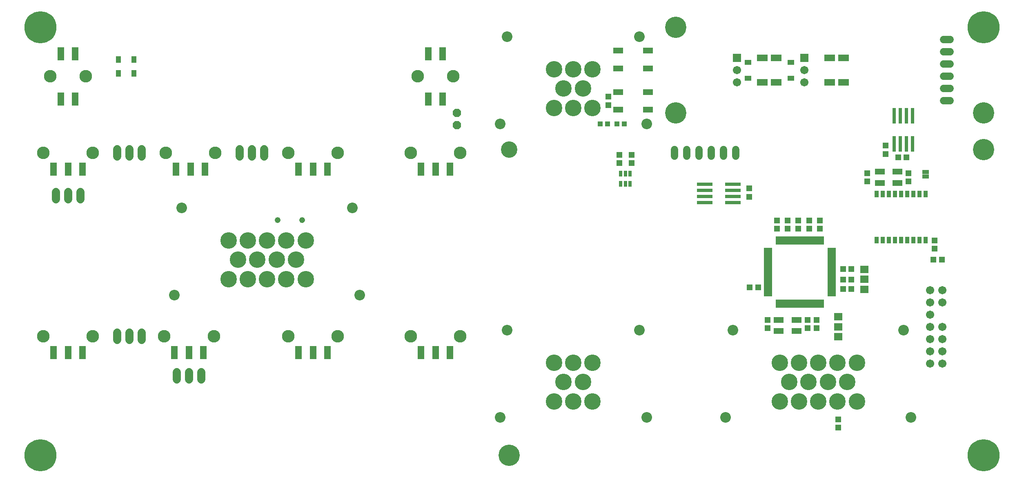
<source format=gts>
G75*
G70*
%OFA0B0*%
%FSLAX24Y24*%
%IPPOS*%
%LPD*%
%AMOC8*
5,1,8,0,0,1.08239X$1,22.5*
%
%ADD10R,0.0380X0.0530*%
%ADD11R,0.0828X0.0513*%
%ADD12R,0.0474X0.0513*%
%ADD13R,0.0513X0.0474*%
%ADD14C,0.0674*%
%ADD15R,0.0198X0.0710*%
%ADD16R,0.0710X0.0198*%
%ADD17R,0.1261X0.0316*%
%ADD18R,0.0395X0.0395*%
%ADD19R,0.0277X0.0474*%
%ADD20R,0.0316X0.1261*%
%ADD21R,0.0580X0.0330*%
%ADD22C,0.2620*%
%ADD23R,0.0580X0.1080*%
%ADD24C,0.1029*%
%ADD25C,0.0680*%
%ADD26OC8,0.0680*%
%ADD27C,0.1346*%
%ADD28C,0.0867*%
%ADD29R,0.0867X0.0552*%
%ADD30R,0.0674X0.0674*%
%ADD31R,0.0560X0.0438*%
%ADD32R,0.0438X0.0560*%
%ADD33C,0.1340*%
%ADD34C,0.0600*%
%ADD35C,0.1740*%
%ADD36R,0.0789X0.0513*%
%ADD37R,0.0671X0.0631*%
%ADD38C,0.0476*%
D10*
X071375Y021740D03*
X071875Y021740D03*
X072375Y021740D03*
X072875Y021740D03*
X073375Y021740D03*
X073875Y021740D03*
X074375Y021740D03*
X074875Y021740D03*
X075375Y021740D03*
X075375Y025510D03*
X074875Y025510D03*
X074375Y025510D03*
X073875Y025510D03*
X073375Y025510D03*
X072875Y025510D03*
X072375Y025510D03*
X071875Y025510D03*
X071375Y025510D03*
D11*
X071647Y026422D03*
X073103Y026422D03*
X073103Y027328D03*
X071647Y027328D03*
X064853Y015203D03*
X064853Y014297D03*
X063397Y014297D03*
X063397Y015203D03*
D12*
X062500Y015210D03*
X062500Y014540D03*
X065750Y014540D03*
X066500Y014540D03*
X066500Y015210D03*
X065750Y015210D03*
X068665Y017750D03*
X069335Y017750D03*
X076040Y020125D03*
X076710Y020125D03*
X076125Y021040D03*
X076125Y021710D03*
X074000Y026540D03*
X074000Y027210D03*
X070625Y027210D03*
X070625Y026540D03*
X065875Y023335D03*
X065875Y022665D03*
X063250Y022665D03*
X063250Y023335D03*
X061000Y025290D03*
X061000Y025960D03*
D13*
X064125Y023335D03*
X065000Y023335D03*
X065000Y022665D03*
X064125Y022665D03*
X066750Y022665D03*
X066750Y023335D03*
X068665Y019375D03*
X069335Y019375D03*
X069335Y018500D03*
X068665Y018500D03*
X061710Y017875D03*
X061040Y017875D03*
X051375Y028040D03*
X050375Y028040D03*
X050375Y028710D03*
X051375Y028710D03*
X049500Y032790D03*
X049500Y033460D03*
X072125Y029460D03*
X072125Y028790D03*
X073165Y028500D03*
X073835Y028500D03*
X068250Y007085D03*
X068250Y006415D03*
D14*
X075750Y011625D03*
X076750Y011625D03*
X076750Y012625D03*
X075750Y012625D03*
X075750Y013625D03*
X076750Y013625D03*
X076750Y014625D03*
X075750Y014625D03*
X075750Y015625D03*
X075750Y016625D03*
X076750Y016625D03*
X076750Y017625D03*
X075750Y017625D03*
X065500Y034625D03*
X065500Y035625D03*
X060000Y035625D03*
X060000Y034625D03*
D15*
X063255Y021723D03*
X063452Y021723D03*
X063649Y021723D03*
X063845Y021723D03*
X064042Y021723D03*
X064239Y021723D03*
X064436Y021723D03*
X064633Y021723D03*
X064830Y021723D03*
X065027Y021723D03*
X065223Y021723D03*
X065420Y021723D03*
X065617Y021723D03*
X065814Y021723D03*
X066011Y021723D03*
X066208Y021723D03*
X066405Y021723D03*
X066601Y021723D03*
X066798Y021723D03*
X066995Y021723D03*
X066995Y016527D03*
X066798Y016527D03*
X066601Y016527D03*
X066405Y016527D03*
X066208Y016527D03*
X066011Y016527D03*
X065814Y016527D03*
X065617Y016527D03*
X065420Y016527D03*
X065223Y016527D03*
X065027Y016527D03*
X064830Y016527D03*
X064633Y016527D03*
X064436Y016527D03*
X064239Y016527D03*
X064042Y016527D03*
X063845Y016527D03*
X063649Y016527D03*
X063452Y016527D03*
X063255Y016527D03*
D16*
X062527Y017255D03*
X062527Y017452D03*
X062527Y017649D03*
X062527Y017845D03*
X062527Y018042D03*
X062527Y018239D03*
X062527Y018436D03*
X062527Y018633D03*
X062527Y018830D03*
X062527Y019027D03*
X062527Y019223D03*
X062527Y019420D03*
X062527Y019617D03*
X062527Y019814D03*
X062527Y020011D03*
X062527Y020208D03*
X062527Y020405D03*
X062527Y020601D03*
X062527Y020798D03*
X062527Y020995D03*
X067723Y020995D03*
X067723Y020798D03*
X067723Y020601D03*
X067723Y020405D03*
X067723Y020208D03*
X067723Y020011D03*
X067723Y019814D03*
X067723Y019617D03*
X067723Y019420D03*
X067723Y019223D03*
X067723Y019027D03*
X067723Y018830D03*
X067723Y018633D03*
X067723Y018436D03*
X067723Y018239D03*
X067723Y018042D03*
X067723Y017845D03*
X067723Y017649D03*
X067723Y017452D03*
X067723Y017255D03*
D17*
X059642Y024822D03*
X059642Y025322D03*
X059642Y025822D03*
X059642Y026322D03*
X057358Y026322D03*
X057358Y025822D03*
X057358Y025322D03*
X057358Y024822D03*
D18*
X050795Y031250D03*
X050205Y031250D03*
X049420Y031250D03*
X048830Y031250D03*
D19*
X050501Y027163D03*
X050875Y027163D03*
X051249Y027163D03*
X051249Y026337D03*
X050875Y026337D03*
X050501Y026337D03*
D20*
X072822Y029608D03*
X073322Y029608D03*
X073822Y029608D03*
X074322Y029608D03*
X074322Y031892D03*
X073822Y031892D03*
X073322Y031892D03*
X072822Y031892D03*
D21*
X075375Y027302D03*
X075375Y026948D03*
D22*
X003125Y004125D03*
X003125Y039125D03*
X080125Y039125D03*
X080125Y004125D03*
D23*
X036556Y012525D03*
X035375Y012525D03*
X034194Y012525D03*
X026556Y012525D03*
X025375Y012525D03*
X024194Y012525D03*
X016431Y012525D03*
X015250Y012525D03*
X014069Y012525D03*
X006556Y012525D03*
X005375Y012525D03*
X004194Y012525D03*
X004194Y027525D03*
X005375Y027525D03*
X006556Y027525D03*
X014194Y027525D03*
X015375Y027525D03*
X016556Y027525D03*
X024194Y027525D03*
X025375Y027525D03*
X026556Y027525D03*
X034194Y027525D03*
X035375Y027525D03*
X036556Y027525D03*
X035966Y033275D03*
X034784Y033275D03*
X034784Y036975D03*
X035966Y036975D03*
X005966Y036975D03*
X004784Y036975D03*
X004784Y033275D03*
X005966Y033275D03*
D24*
X006812Y035125D03*
X003938Y035125D03*
X003347Y028875D03*
X007403Y028875D03*
X013347Y028875D03*
X017403Y028875D03*
X023347Y028875D03*
X027403Y028875D03*
X033347Y028875D03*
X037403Y028875D03*
X036812Y035125D03*
X033938Y035125D03*
X033347Y013875D03*
X037403Y013875D03*
X027403Y013875D03*
X023347Y013875D03*
X017278Y013875D03*
X013222Y013875D03*
X007403Y013875D03*
X003347Y013875D03*
D25*
X009375Y013575D02*
X009375Y014175D01*
X010375Y014175D02*
X010375Y013575D01*
X011375Y013575D02*
X011375Y014175D01*
X014250Y010925D02*
X014250Y010325D01*
X015250Y010325D02*
X015250Y010925D01*
X016250Y010925D02*
X016250Y010325D01*
X006375Y025075D02*
X006375Y025675D01*
X005375Y025675D02*
X005375Y025075D01*
X004375Y025075D02*
X004375Y025675D01*
X009375Y028575D02*
X009375Y029175D01*
X010375Y029175D02*
X010375Y028575D01*
X011375Y028575D02*
X011375Y029175D01*
X019375Y029175D02*
X019375Y028575D01*
X020375Y028575D02*
X020375Y029175D01*
X021375Y029175D02*
X021375Y028575D01*
D26*
X037125Y031125D03*
X037125Y032125D03*
D27*
X045050Y032550D03*
X046625Y032550D03*
X048200Y032550D03*
X047412Y034125D03*
X045838Y034125D03*
X046625Y035700D03*
X048200Y035700D03*
X045050Y035700D03*
X024775Y021700D03*
X023200Y021700D03*
X021625Y021700D03*
X020050Y021700D03*
X018475Y021700D03*
X019263Y020125D03*
X020838Y020125D03*
X022412Y020125D03*
X023987Y020125D03*
X023200Y018550D03*
X024775Y018550D03*
X021625Y018550D03*
X020050Y018550D03*
X018475Y018550D03*
X045050Y011700D03*
X046625Y011700D03*
X048200Y011700D03*
X047412Y010125D03*
X045838Y010125D03*
X046625Y008550D03*
X048200Y008550D03*
X045050Y008550D03*
X063475Y008550D03*
X065050Y008550D03*
X066625Y008550D03*
X068200Y008550D03*
X069775Y008550D03*
X068987Y010125D03*
X067412Y010125D03*
X065838Y010125D03*
X064263Y010125D03*
X065050Y011700D03*
X063475Y011700D03*
X066625Y011700D03*
X068200Y011700D03*
X069775Y011700D03*
D28*
X073594Y014377D03*
X059656Y014377D03*
X052019Y014377D03*
X041231Y014377D03*
X029184Y017251D03*
X028594Y024377D03*
X040641Y031251D03*
X052609Y031251D03*
X052019Y038377D03*
X041231Y038377D03*
X014656Y024377D03*
X014066Y017251D03*
X040641Y007251D03*
X052609Y007251D03*
X059066Y007251D03*
X074184Y007251D03*
D29*
X068676Y034625D03*
X067574Y034625D03*
X067574Y036625D03*
X068676Y036625D03*
X063176Y036625D03*
X062074Y036625D03*
X062074Y034625D03*
X063176Y034625D03*
D30*
X065500Y036625D03*
X060000Y036625D03*
D31*
X060875Y036269D03*
X060875Y034981D03*
X064375Y034981D03*
X064375Y036269D03*
D32*
X010769Y036500D03*
X009481Y036500D03*
X009481Y035375D03*
X010769Y035375D03*
D33*
X041375Y029125D03*
D34*
X054875Y029135D02*
X054875Y028615D01*
X055875Y028615D02*
X055875Y029135D01*
X056875Y029135D02*
X056875Y028615D01*
X057875Y028615D02*
X057875Y029135D01*
X058875Y029135D02*
X058875Y028615D01*
X059875Y028615D02*
X059875Y029135D01*
X076865Y033125D02*
X077385Y033125D01*
X077385Y034125D02*
X076865Y034125D01*
X076865Y035125D02*
X077385Y035125D01*
X077385Y036125D02*
X076865Y036125D01*
X076865Y037125D02*
X077385Y037125D01*
X077385Y038125D02*
X076865Y038125D01*
D35*
X080125Y039125D03*
X080125Y032125D03*
X080125Y029125D03*
X055000Y032125D03*
X055000Y039125D03*
X041375Y004125D03*
X080125Y004125D03*
D36*
X052720Y032397D03*
X050280Y032397D03*
X050280Y033853D03*
X052720Y033853D03*
X052720Y035772D03*
X050280Y035772D03*
X050280Y037228D03*
X052720Y037228D03*
D37*
X070375Y019336D03*
X070375Y018529D03*
X070375Y017721D03*
X068250Y015461D03*
X068250Y014654D03*
X068250Y013846D03*
D38*
X024500Y023375D03*
X022500Y023375D03*
M02*

</source>
